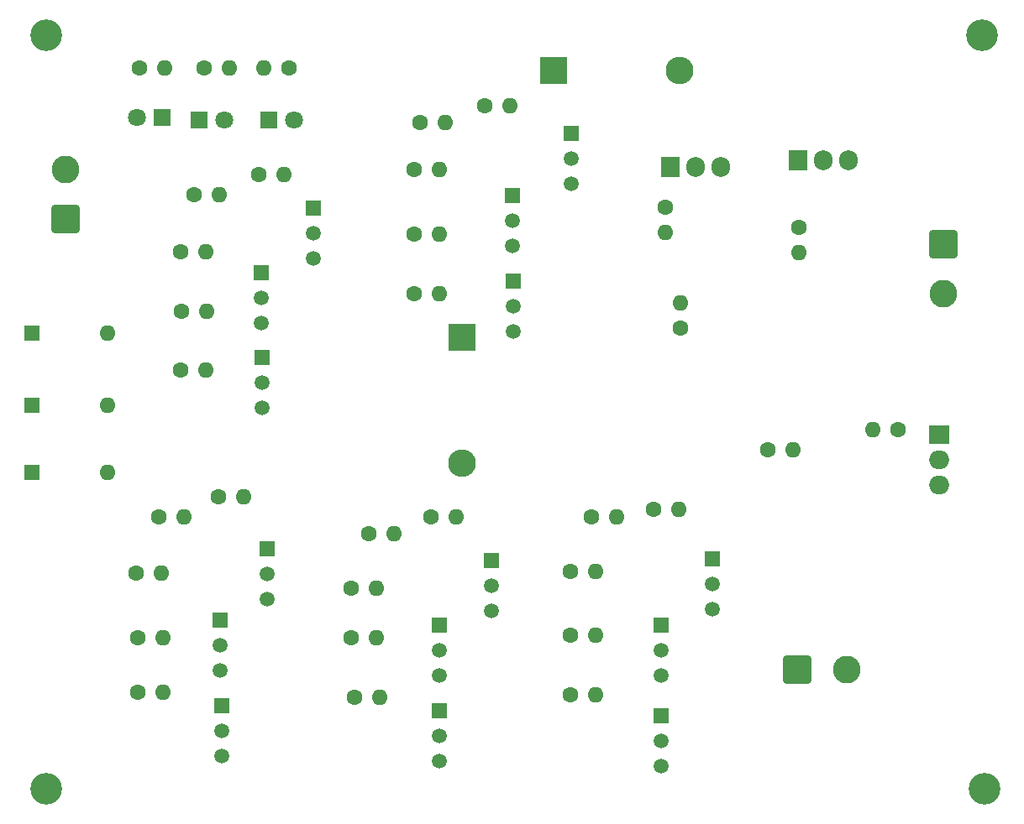
<source format=gts>
G04 #@! TF.GenerationSoftware,KiCad,Pcbnew,8.0.8*
G04 #@! TF.CreationDate,2025-06-27T16:28:27-04:00*
G04 #@! TF.ProjectId,multimeter,6d756c74-696d-4657-9465-722e6b696361,rev?*
G04 #@! TF.SameCoordinates,Original*
G04 #@! TF.FileFunction,Soldermask,Top*
G04 #@! TF.FilePolarity,Negative*
%FSLAX46Y46*%
G04 Gerber Fmt 4.6, Leading zero omitted, Abs format (unit mm)*
G04 Created by KiCad (PCBNEW 8.0.8) date 2025-06-27 16:28:27*
%MOMM*%
%LPD*%
G01*
G04 APERTURE LIST*
G04 Aperture macros list*
%AMRoundRect*
0 Rectangle with rounded corners*
0 $1 Rounding radius*
0 $2 $3 $4 $5 $6 $7 $8 $9 X,Y pos of 4 corners*
0 Add a 4 corners polygon primitive as box body*
4,1,4,$2,$3,$4,$5,$6,$7,$8,$9,$2,$3,0*
0 Add four circle primitives for the rounded corners*
1,1,$1+$1,$2,$3*
1,1,$1+$1,$4,$5*
1,1,$1+$1,$6,$7*
1,1,$1+$1,$8,$9*
0 Add four rect primitives between the rounded corners*
20,1,$1+$1,$2,$3,$4,$5,0*
20,1,$1+$1,$4,$5,$6,$7,0*
20,1,$1+$1,$6,$7,$8,$9,0*
20,1,$1+$1,$8,$9,$2,$3,0*%
G04 Aperture macros list end*
%ADD10R,1.500000X1.500000*%
%ADD11C,1.500000*%
%ADD12C,1.600000*%
%ADD13O,1.600000X1.600000*%
%ADD14R,1.905000X2.000000*%
%ADD15O,1.905000X2.000000*%
%ADD16RoundRect,0.250001X-1.149999X1.149999X-1.149999X-1.149999X1.149999X-1.149999X1.149999X1.149999X0*%
%ADD17C,2.800000*%
%ADD18R,2.000000X1.905000*%
%ADD19O,2.000000X1.905000*%
%ADD20RoundRect,0.250001X-1.149999X-1.149999X1.149999X-1.149999X1.149999X1.149999X-1.149999X1.149999X0*%
%ADD21R,2.800000X2.800000*%
%ADD22O,2.800000X2.800000*%
%ADD23C,3.200000*%
%ADD24R,1.600000X1.600000*%
%ADD25R,1.800000X1.800000*%
%ADD26C,1.800000*%
%ADD27RoundRect,0.250001X1.149999X-1.149999X1.149999X1.149999X-1.149999X1.149999X-1.149999X-1.149999X0*%
G04 APERTURE END LIST*
D10*
X51911163Y59057288D03*
D11*
X51911163Y56517288D03*
X51911163Y53977288D03*
D10*
X46056163Y44142288D03*
D11*
X46056163Y41602288D03*
X46056163Y39062288D03*
D10*
X45916163Y52807288D03*
D11*
X45916163Y50267288D03*
X45916163Y47727288D03*
D10*
X43806163Y15947288D03*
D11*
X43806163Y13407288D03*
X43806163Y10867288D03*
D10*
X38556163Y807288D03*
D11*
X38556163Y-1732712D03*
X38556163Y-4272712D03*
D10*
X38556163Y9447288D03*
D11*
X38556163Y6907288D03*
X38556163Y4367288D03*
D10*
X66076163Y16177288D03*
D11*
X66076163Y13637288D03*
X66076163Y11097288D03*
D10*
X60911163Y307288D03*
D11*
X60911163Y-2232712D03*
X60911163Y-4772712D03*
D10*
X60936163Y9447288D03*
D11*
X60936163Y6907288D03*
X60936163Y4367288D03*
D10*
X25911163Y51557288D03*
D11*
X25911163Y49017288D03*
X25911163Y46477288D03*
D10*
X20686163Y36447288D03*
D11*
X20686163Y33907288D03*
X20686163Y31367288D03*
D10*
X20611163Y45007288D03*
D11*
X20611163Y42467288D03*
X20611163Y39927288D03*
D10*
X21246163Y17177288D03*
D11*
X21246163Y14637288D03*
X21246163Y12097288D03*
D10*
X16661163Y1307288D03*
D11*
X16661163Y-1232712D03*
X16661163Y-3772712D03*
D10*
X16496163Y9927288D03*
D11*
X16496163Y7387288D03*
X16496163Y4847288D03*
D12*
X71696163Y27157288D03*
D13*
X74236163Y27157288D03*
D14*
X61856163Y55657288D03*
D15*
X64396163Y55657288D03*
X66936163Y55657288D03*
D12*
X10316163Y20407288D03*
D13*
X12856163Y20407288D03*
D12*
X61396163Y51602288D03*
D13*
X61396163Y49062288D03*
D12*
X30036163Y2157288D03*
D13*
X32576163Y2157288D03*
D16*
X89396163Y47907288D03*
D17*
X89396163Y42907288D03*
D12*
X36066163Y42907288D03*
D13*
X38606163Y42907288D03*
D12*
X51816163Y14907288D03*
D13*
X54356163Y14907288D03*
D18*
X88936163Y28657288D03*
D19*
X88936163Y26117288D03*
X88936163Y23577288D03*
D12*
X13896163Y52907288D03*
D13*
X16436163Y52907288D03*
D12*
X23436163Y65657288D03*
D13*
X20896163Y65657288D03*
D20*
X74686163Y4939788D03*
D17*
X79686163Y4939788D03*
D14*
X74776163Y56352288D03*
D15*
X77316163Y56352288D03*
X79856163Y56352288D03*
D21*
X50086163Y65407288D03*
D22*
X62786163Y65407288D03*
D23*
X93501163Y-7027712D03*
X93251163Y68972288D03*
D12*
X31436163Y18657288D03*
D13*
X33976163Y18657288D03*
D12*
X12486163Y35157288D03*
D13*
X15026163Y35157288D03*
D12*
X20396163Y54907288D03*
D13*
X22936163Y54907288D03*
D12*
X37766163Y20407288D03*
D13*
X40306163Y20407288D03*
D12*
X12486163Y47157288D03*
D13*
X15026163Y47157288D03*
D12*
X51816163Y8407288D03*
D13*
X54356163Y8407288D03*
D12*
X36066163Y55407288D03*
D13*
X38606163Y55407288D03*
D12*
X12636163Y41157288D03*
D13*
X15176163Y41157288D03*
D12*
X74856163Y49552288D03*
D13*
X74856163Y47012288D03*
D12*
X53896163Y20407288D03*
D13*
X56436163Y20407288D03*
D12*
X36066163Y48907288D03*
D13*
X38606163Y48907288D03*
D12*
X8166163Y2697288D03*
D13*
X10706163Y2697288D03*
D23*
X-998837Y68972288D03*
D24*
X-2433837Y38907288D03*
D13*
X5186163Y38907288D03*
D12*
X29686163Y13157288D03*
D13*
X32226163Y13157288D03*
D25*
X14411163Y60407288D03*
D26*
X16951163Y60407288D03*
D24*
X-2433837Y31657288D03*
D13*
X5186163Y31657288D03*
D21*
X40861163Y38507288D03*
D22*
X40861163Y25807288D03*
D12*
X62896163Y39402288D03*
D13*
X62896163Y41942288D03*
D23*
X-998837Y-7027712D03*
D12*
X43146163Y61907288D03*
D13*
X45686163Y61907288D03*
D27*
X936163Y50407288D03*
D17*
X936163Y55407288D03*
D12*
X51816163Y2407288D03*
D13*
X54356163Y2407288D03*
D12*
X84786163Y29157288D03*
D13*
X82246163Y29157288D03*
D12*
X36646163Y60157288D03*
D13*
X39186163Y60157288D03*
D12*
X29686163Y8157288D03*
D13*
X32226163Y8157288D03*
D12*
X8166163Y8197288D03*
D13*
X10706163Y8197288D03*
D25*
X21411163Y60407288D03*
D26*
X23951163Y60407288D03*
D12*
X16316163Y22407288D03*
D13*
X18856163Y22407288D03*
D24*
X-2433837Y24907288D03*
D13*
X5186163Y24907288D03*
D12*
X14896163Y65657288D03*
D13*
X17436163Y65657288D03*
D12*
X8016163Y14697288D03*
D13*
X10556163Y14697288D03*
D12*
X60146163Y21157288D03*
D13*
X62686163Y21157288D03*
D25*
X10686163Y60657288D03*
D26*
X8146163Y60657288D03*
D12*
X8396163Y65657288D03*
D13*
X10936163Y65657288D03*
M02*

</source>
